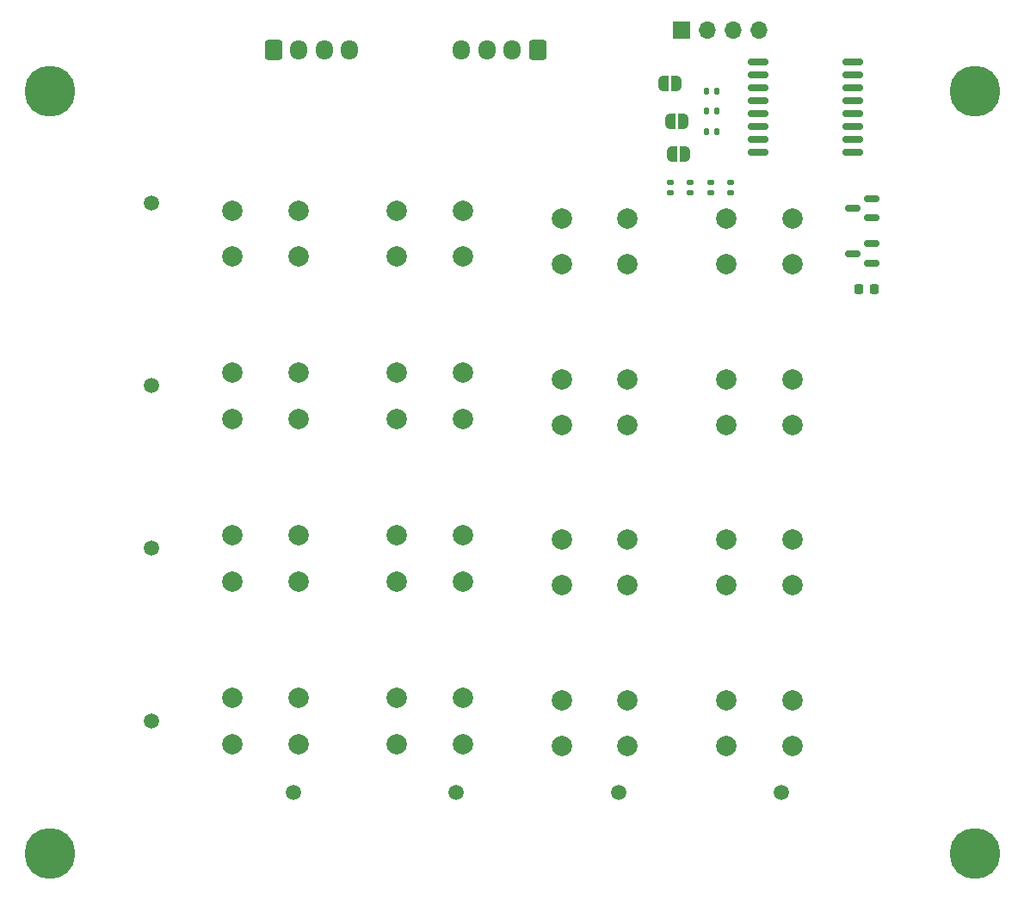
<source format=gbr>
%TF.GenerationSoftware,KiCad,Pcbnew,7.0.7*%
%TF.CreationDate,2023-12-23T12:05:02-04:00*%
%TF.ProjectId,teclado 4x4 i2c,7465636c-6164-46f2-9034-783420693263,rev?*%
%TF.SameCoordinates,Original*%
%TF.FileFunction,Soldermask,Bot*%
%TF.FilePolarity,Negative*%
%FSLAX46Y46*%
G04 Gerber Fmt 4.6, Leading zero omitted, Abs format (unit mm)*
G04 Created by KiCad (PCBNEW 7.0.7) date 2023-12-23 12:05:02*
%MOMM*%
%LPD*%
G01*
G04 APERTURE LIST*
G04 Aperture macros list*
%AMRoundRect*
0 Rectangle with rounded corners*
0 $1 Rounding radius*
0 $2 $3 $4 $5 $6 $7 $8 $9 X,Y pos of 4 corners*
0 Add a 4 corners polygon primitive as box body*
4,1,4,$2,$3,$4,$5,$6,$7,$8,$9,$2,$3,0*
0 Add four circle primitives for the rounded corners*
1,1,$1+$1,$2,$3*
1,1,$1+$1,$4,$5*
1,1,$1+$1,$6,$7*
1,1,$1+$1,$8,$9*
0 Add four rect primitives between the rounded corners*
20,1,$1+$1,$2,$3,$4,$5,0*
20,1,$1+$1,$4,$5,$6,$7,0*
20,1,$1+$1,$6,$7,$8,$9,0*
20,1,$1+$1,$8,$9,$2,$3,0*%
%AMFreePoly0*
4,1,19,0.500000,-0.750000,0.000000,-0.750000,0.000000,-0.744911,-0.071157,-0.744911,-0.207708,-0.704816,-0.327430,-0.627875,-0.420627,-0.520320,-0.479746,-0.390866,-0.500000,-0.250000,-0.500000,0.250000,-0.479746,0.390866,-0.420627,0.520320,-0.327430,0.627875,-0.207708,0.704816,-0.071157,0.744911,0.000000,0.744911,0.000000,0.750000,0.500000,0.750000,0.500000,-0.750000,0.500000,-0.750000,
$1*%
%AMFreePoly1*
4,1,19,0.000000,0.744911,0.071157,0.744911,0.207708,0.704816,0.327430,0.627875,0.420627,0.520320,0.479746,0.390866,0.500000,0.250000,0.500000,-0.250000,0.479746,-0.390866,0.420627,-0.520320,0.327430,-0.627875,0.207708,-0.704816,0.071157,-0.744911,0.000000,-0.744911,0.000000,-0.750000,-0.500000,-0.750000,-0.500000,0.750000,0.000000,0.750000,0.000000,0.744911,0.000000,0.744911,
$1*%
G04 Aperture macros list end*
%ADD10C,1.500000*%
%ADD11RoundRect,0.250000X0.600000X0.725000X-0.600000X0.725000X-0.600000X-0.725000X0.600000X-0.725000X0*%
%ADD12O,1.700000X1.950000*%
%ADD13RoundRect,0.250000X-0.600000X-0.725000X0.600000X-0.725000X0.600000X0.725000X-0.600000X0.725000X0*%
%ADD14C,2.000000*%
%ADD15RoundRect,0.150000X-0.875000X-0.150000X0.875000X-0.150000X0.875000X0.150000X-0.875000X0.150000X0*%
%ADD16RoundRect,0.135000X-0.135000X-0.185000X0.135000X-0.185000X0.135000X0.185000X-0.135000X0.185000X0*%
%ADD17RoundRect,0.135000X-0.185000X0.135000X-0.185000X-0.135000X0.185000X-0.135000X0.185000X0.135000X0*%
%ADD18RoundRect,0.150000X0.587500X0.150000X-0.587500X0.150000X-0.587500X-0.150000X0.587500X-0.150000X0*%
%ADD19FreePoly0,0.000000*%
%ADD20FreePoly1,0.000000*%
%ADD21R,1.700000X1.700000*%
%ADD22O,1.700000X1.700000*%
%ADD23C,5.000000*%
%ADD24RoundRect,0.225000X0.225000X0.250000X-0.225000X0.250000X-0.225000X-0.250000X0.225000X-0.250000X0*%
G04 APERTURE END LIST*
D10*
%TO.C,TP8*%
X163000000Y-137000000D03*
%TD*%
%TO.C,TP7*%
X147000000Y-137000000D03*
%TD*%
%TO.C,TP6*%
X131000000Y-137000000D03*
%TD*%
%TO.C,TP5*%
X115000000Y-137000000D03*
%TD*%
%TO.C,TP4*%
X101000000Y-130000000D03*
%TD*%
%TO.C,TP3*%
X101000000Y-113000000D03*
%TD*%
%TO.C,TP2*%
X101000000Y-97000000D03*
%TD*%
%TO.C,TP1*%
X101000000Y-79000000D03*
%TD*%
D11*
%TO.C,J5*%
X139000000Y-64000000D03*
D12*
X136500000Y-64000000D03*
X134000000Y-64000000D03*
X131500000Y-64000000D03*
%TD*%
D13*
%TO.C,J3*%
X113000000Y-64000000D03*
D12*
X115500000Y-64000000D03*
X118000000Y-64000000D03*
X120500000Y-64000000D03*
%TD*%
D14*
%TO.C,SW16*%
X164050000Y-127950000D03*
X157550000Y-127950000D03*
X157550000Y-132450000D03*
X164050000Y-132450000D03*
%TD*%
%TO.C,SW15*%
X164050000Y-116650000D03*
X157550000Y-116650000D03*
X157550000Y-112150000D03*
X164050000Y-112150000D03*
%TD*%
%TO.C,SW14*%
X164050000Y-100850000D03*
X157550000Y-100850000D03*
X157550000Y-96350000D03*
X164050000Y-96350000D03*
%TD*%
%TO.C,SW13*%
X164050000Y-85050000D03*
X157550000Y-85050000D03*
X157550000Y-80550000D03*
X164050000Y-80550000D03*
%TD*%
%TO.C,SW12*%
X147850000Y-127950000D03*
X141350000Y-127950000D03*
X141350000Y-132450000D03*
X147850000Y-132450000D03*
%TD*%
%TO.C,SW11*%
X131650000Y-127750000D03*
X125150000Y-127750000D03*
X125150000Y-132250000D03*
X131650000Y-132250000D03*
%TD*%
%TO.C,SW10*%
X115450000Y-127750000D03*
X108950000Y-127750000D03*
X108950000Y-132250000D03*
X115450000Y-132250000D03*
%TD*%
%TO.C,SW9*%
X147850000Y-116650000D03*
X141350000Y-116650000D03*
X141350000Y-112150000D03*
X147850000Y-112150000D03*
%TD*%
%TO.C,SW8*%
X131650000Y-116250000D03*
X125150000Y-116250000D03*
X125150000Y-111750000D03*
X131650000Y-111750000D03*
%TD*%
%TO.C,SW7*%
X115450000Y-116250000D03*
X108950000Y-116250000D03*
X108950000Y-111750000D03*
X115450000Y-111750000D03*
%TD*%
%TO.C,SW6*%
X147850000Y-100850000D03*
X141350000Y-100850000D03*
X141350000Y-96350000D03*
X147850000Y-96350000D03*
%TD*%
%TO.C,SW5*%
X131650000Y-100250000D03*
X125150000Y-100250000D03*
X125150000Y-95750000D03*
X131650000Y-95750000D03*
%TD*%
%TO.C,SW4*%
X115450000Y-100250000D03*
X108950000Y-100250000D03*
X108950000Y-95750000D03*
X115450000Y-95750000D03*
%TD*%
%TO.C,SW3*%
X147850000Y-85050000D03*
X141350000Y-85050000D03*
X141350000Y-80550000D03*
X147850000Y-80550000D03*
%TD*%
%TO.C,SW2*%
X131650000Y-84250000D03*
X125150000Y-84250000D03*
X125150000Y-79750000D03*
X131650000Y-79750000D03*
%TD*%
%TO.C,SW1*%
X115450000Y-84250000D03*
X108950000Y-84250000D03*
X108950000Y-79750000D03*
X115450000Y-79750000D03*
%TD*%
D15*
%TO.C,U1*%
X160700000Y-74000000D03*
X160700000Y-72730000D03*
X160700000Y-71460000D03*
X160700000Y-70190000D03*
X160700000Y-68920000D03*
X160700000Y-67650000D03*
X160700000Y-66380000D03*
X160700000Y-65110000D03*
X170000000Y-65110000D03*
X170000000Y-66380000D03*
X170000000Y-67650000D03*
X170000000Y-68920000D03*
X170000000Y-70190000D03*
X170000000Y-71460000D03*
X170000000Y-72730000D03*
X170000000Y-74000000D03*
%TD*%
D16*
%TO.C,R7*%
X155586190Y-68010000D03*
X156606190Y-68010000D03*
%TD*%
%TO.C,R6*%
X155586190Y-70000000D03*
X156606190Y-70000000D03*
%TD*%
%TO.C,R5*%
X155586190Y-71990000D03*
X156606190Y-71990000D03*
%TD*%
D17*
%TO.C,R4*%
X158000000Y-77000000D03*
X158000000Y-78020000D03*
%TD*%
%TO.C,R3*%
X156010000Y-77000000D03*
X156010000Y-78020000D03*
%TD*%
%TO.C,R2*%
X154020000Y-77000000D03*
X154020000Y-78020000D03*
%TD*%
%TO.C,R1*%
X152030000Y-77000000D03*
X152030000Y-78020000D03*
%TD*%
D18*
%TO.C,Q2*%
X171875000Y-83050000D03*
X171875000Y-84950000D03*
X170000000Y-84000000D03*
%TD*%
%TO.C,Q1*%
X171875000Y-78600000D03*
X171875000Y-80500000D03*
X170000000Y-79550000D03*
%TD*%
D19*
%TO.C,JP3*%
X152186190Y-74240000D03*
D20*
X153486190Y-74240000D03*
%TD*%
D19*
%TO.C,JP2*%
X152036190Y-70990000D03*
D20*
X153336190Y-70990000D03*
%TD*%
D19*
%TO.C,JP1*%
X151336190Y-67240000D03*
D20*
X152636190Y-67240000D03*
%TD*%
D21*
%TO.C,J4*%
X153180000Y-62000000D03*
D22*
X155720000Y-62000000D03*
X158260000Y-62000000D03*
X160800000Y-62000000D03*
%TD*%
D23*
%TO.C,H4*%
X91000000Y-143000000D03*
%TD*%
%TO.C,H3*%
X182000000Y-143000000D03*
%TD*%
%TO.C,H2*%
X91000000Y-68000000D03*
%TD*%
%TO.C,H1*%
X182000000Y-68000000D03*
%TD*%
D24*
%TO.C,C1*%
X172152500Y-87480000D03*
X170602500Y-87480000D03*
%TD*%
M02*

</source>
